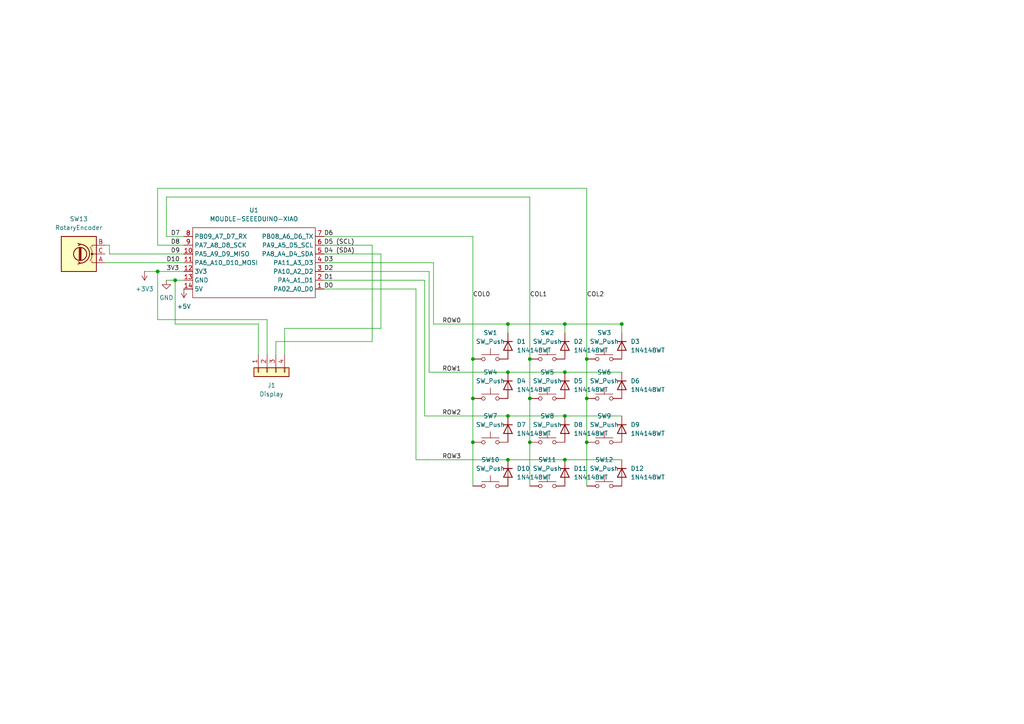
<source format=kicad_sch>
(kicad_sch (version 20250114) (generator "eeschema") (generator_version "9.0")
  (paper "A4")
  (lib_symbols
    (symbol "Device:RotaryEncoder" (pin_names (offset 0.254) (hide yes))
      (property "Reference" "SW" (at 0 6.604 0))
      (property "Value" "RotaryEncoder" (at 0 -6.604 0))
      (symbol "RotaryEncoder_0_1"
        (rectangle (start -5.08 5.08) (end 5.08 -5.08) (stroke (width 0.254)) (fill (type background)))
        (polyline (pts (xy -5.08 2.54) (xy -3.81 2.54) (xy -3.81 2.032)))
        (polyline (pts (xy -5.08 0) (xy -3.81 0) (xy -3.81 -1.016) (xy -3.302 -2.032)))
        (polyline (pts (xy -5.08 -2.54) (xy -3.81 -2.54) (xy -3.81 -2.032)))
        (polyline (pts (xy -4.318 0) (xy -3.81 0) (xy -3.81 1.016) (xy -3.302 2.032)))
        (circle (center -3.81 0) (radius 0.254) (fill (type outline)))
        (polyline (pts (xy -0.635 -1.778) (xy -0.635 1.778)) (stroke (width 0.254)))
        (circle (center -0.381 0) (radius 1.905) (stroke (width 0.254)))
        (polyline (pts (xy -0.381 -1.778) (xy -0.381 1.778)) (stroke (width 0.254)))
        (arc (start -0.381 -2.794) (mid -3.0988 -0.0635) (end -0.381 2.667) (stroke (width 0.254)))
        (polyline (pts (xy -0.127 1.778) (xy -0.127 -1.778)) (stroke (width 0.254)))
        (polyline (pts (xy 0.254 2.921) (xy -0.508 2.667) (xy 0.127 2.286)) (stroke (width 0.254)))
        (polyline (pts (xy 0.254 -3.048) (xy -0.508 -2.794) (xy 0.127 -2.413)) (stroke (width 0.254)))
      )
      (symbol "RotaryEncoder_1_1"
        (pin passive line (at -7.62 2.54 0) (length 2.54) (name "A") (number "A"))
        (pin passive line (at -7.62 0 0) (length 2.54) (name "C") (number "C"))
        (pin passive line (at -7.62 -2.54 0) (length 2.54) (name "B") (number "B"))
      )
    )
    (symbol "Diode:1N4148WT" (pin_numbers (hide yes)) (pin_names (hide yes))
      (property "Reference" "D" (at 0 2.54 0))
      (property "Value" "1N4148WT" (at 0 -2.54 0))
      (symbol "1N4148WT_0_1"
        (polyline (pts (xy -1.27 1.27) (xy -1.27 -1.27)) (stroke (width 0.254)))
        (polyline (pts (xy 1.27 1.27) (xy 1.27 -1.27) (xy -1.27 0) (xy 1.27 1.27)) (stroke (width 0.254)))
        (polyline (pts (xy 1.27 0) (xy -1.27 0)))
      )
      (symbol "1N4148WT_1_1"
        (pin passive line (at -3.81 0 0) (length 2.54) (name "K") (number "1"))
        (pin passive line (at 3.81 0 180) (length 2.54) (name "A") (number "2"))
      )
    )
    (symbol "New_Library:Display" (pin_names (offset 1.016) (hide yes))
      (property "Reference" "J" (at 0 5.08 0))
      (property "Value" "Display" (at 0 -7.62 0))
      (symbol "Display_1_1"
        (rectangle (start -1.27 3.81) (end 1.27 -6.35) (stroke (width 0.254)) (fill (type background)))
        (rectangle (start -1.27 2.667) (end 0 2.413) (stroke (width 0.1524)))
        (rectangle (start -1.27 0.127) (end 0 -0.127) (stroke (width 0.1524)))
        (rectangle (start -1.27 -2.413) (end 0 -2.667) (stroke (width 0.1524)))
        (rectangle (start -1.27 -4.953) (end 0 -5.207) (stroke (width 0.1524)))
        (pin passive line (at -5.08 2.54 0) (length 3.81) (name "SDA") (number "4"))
        (pin passive line (at -5.08 0 0) (length 3.81) (name "SCL") (number "3"))
        (pin passive line (at -5.08 -2.54 0) (length 3.81) (name "VCC") (number "2"))
        (pin passive line (at -5.08 -5.08 0) (length 3.81) (name "GND") (number "1"))
      )
    )
    (symbol "Switch:SW_Push" (pin_numbers (hide yes)) (pin_names (offset 1.016) (hide yes))
      (property "Reference" "SW" (at 1.27 2.54 0))
      (property "Value" "SW_Push" (at 0 -1.524 0))
      (symbol "SW_Push_0_1"
        (circle (center -2.032 0) (radius 0.508))
        (polyline (pts (xy 0 1.27) (xy 0 3.048)))
        (circle (center 2.032 0) (radius 0.508))
        (polyline (pts (xy 2.54 1.27) (xy -2.54 1.27)))
        (pin passive line (at -5.08 0 0) (length 2.54) (name "1") (number "1"))
        (pin passive line (at 5.08 0 180) (length 2.54) (name "2") (number "2"))
      )
    )
    (symbol "XIAO_RP2040:MOUDLE-SEEEDUINO-XIAO"
      (property "Reference" "U" (at -16.51 11.43 0))
      (property "Value" "MOUDLE-SEEEDUINO-XIAO" (at -3.81 -11.43 0))
      (symbol "MOUDLE-SEEEDUINO-XIAO_0_1"
        (rectangle (start -16.51 10.16) (end 19.05 -10.16))
      )
      (symbol "MOUDLE-SEEEDUINO-XIAO_1_1"
        (pin passive line (at -19.05 7.62 0) (length 2.54) (name "PA02_A0_D0") (number "1"))
        (pin passive line (at -19.05 5.08 0) (length 2.54) (name "PA4_A1_D1") (number "2"))
        (pin passive line (at -19.05 2.54 0) (length 2.54) (name "PA10_A2_D2") (number "3"))
        (pin passive line (at -19.05 0 0) (length 2.54) (name "PA11_A3_D3") (number "4"))
        (pin passive line (at -19.05 -2.54 0) (length 2.54) (name "PA8_A4_D4_SDA") (number "5"))
        (pin passive line (at -19.05 -5.08 0) (length 2.54) (name "PA9_A5_D5_SCL") (number "6"))
        (pin passive line (at -19.05 -7.62 0) (length 2.54) (name "PB08_A6_D6_TX") (number "7"))
        (pin passive line (at 21.59 7.62 180) (length 2.54) (name "5V") (number "14"))
        (pin passive line (at 21.59 5.08 180) (length 2.54) (name "GND") (number "13"))
        (pin passive line (at 21.59 2.54 180) (length 2.54) (name "3V3") (number "12"))
        (pin passive line (at 21.59 0 180) (length 2.54) (name "PA6_A10_D10_MOSI") (number "11"))
        (pin passive line (at 21.59 -2.54 180) (length 2.54) (name "PA5_A9_D9_MISO") (number "10"))
        (pin passive line (at 21.59 -5.08 180) (length 2.54) (name "PA7_A8_D8_SCK") (number "9"))
        (pin passive line (at 21.59 -7.62 180) (length 2.54) (name "PB09_A7_D7_RX") (number "8"))
      )
    )
    (symbol "power:+3V3" (power) (pin_numbers (hide yes)) (pin_names (offset 0) (hide yes))
      (property "Value" "+3V3" (at 0 3.556 0))
      (symbol "+3V3_0_1"
        (polyline (pts (xy -0.762 1.27) (xy 0 2.54)))
        (polyline (pts (xy 0 2.54) (xy 0.762 1.27)))
        (polyline (pts (xy 0 0) (xy 0 2.54)))
      )
      (symbol "+3V3_1_1"
        (pin power_in line (at 0 0 90) (length 0) (name "~") (number "1"))
      )
    )
    (symbol "power:+5V" (power) (pin_numbers (hide yes)) (pin_names (offset 0) (hide yes))
      (property "Value" "+5V" (at 0 3.556 0))
      (symbol "+5V_0_1"
        (polyline (pts (xy -0.762 1.27) (xy 0 2.54)))
        (polyline (pts (xy 0 2.54) (xy 0.762 1.27)))
        (polyline (pts (xy 0 0) (xy 0 2.54)))
      )
      (symbol "+5V_1_1"
        (pin power_in line (at 0 0 90) (length 0) (name "~") (number "1"))
      )
    )
    (symbol "power:GND" (power) (pin_numbers (hide yes)) (pin_names (offset 0) (hide yes))
      (property "Value" "GND" (at 0 -3.81 0))
      (symbol "GND_0_1"
        (polyline (pts (xy 0 0) (xy 0 -1.27) (xy 1.27 -1.27) (xy 0 -2.54) (xy -1.27 -1.27) (xy 0 -1.27)))
      )
      (symbol "GND_1_1"
        (pin power_in line (at 0 0 270) (length 0) (name "~") (number "1"))
      )
    )
  )
  (junction (at 153.67 115.57))
  (junction (at 163.83 93.98))
  (junction (at 137.16 128.27))
  (junction (at 137.16 115.57))
  (junction (at 153.67 128.27))
  (junction (at 163.83 120.65))
  (junction (at 170.18 104.1383))
  (junction (at 147.32 133.35))
  (junction (at 170.18 128.27))
  (junction (at 147.32 107.95))
  (junction (at 45.72 78.74))
  (junction (at 137.16 104.14))
  (junction (at 170.18 115.57))
  (junction (at 153.67 104.14))
  (junction (at 163.83 133.35))
  (junction (at 50.8 81.28))
  (junction (at 147.32 120.65))
  (junction (at 147.32 93.98))
  (junction (at 180.34 93.98))
  (junction (at 163.83 107.95))
  (wire (pts (xy 153.67 57.15) (xy 153.67 104.14)))
  (wire (pts (xy 125.73 93.98) (xy 147.32 93.98)))
  (wire (pts (xy 147.32 93.98) (xy 147.32 96.52)))
  (wire (pts (xy 110.49 95.25) (xy 110.49 73.66)))
  (wire (pts (xy 153.67 115.57) (xy 153.67 128.27)))
  (wire (pts (xy 48.26 81.28) (xy 50.8 81.28)))
  (wire (pts (xy 48.26 68.58) (xy 53.34 68.58)))
  (wire (pts (xy 123.19 120.65) (xy 147.32 120.65)))
  (wire (pts (xy 147.32 93.98) (xy 163.83 93.98)))
  (wire (pts (xy 123.19 81.28) (xy 93.98 81.28)))
  (wire (pts (xy 147.32 107.95) (xy 163.83 107.95)))
  (wire (pts (xy 107.95 99.06) (xy 80.01 99.06)))
  (wire (pts (xy 41.91 78.74) (xy 45.72 78.74)))
  (wire (pts (xy 163.83 133.35) (xy 180.34 133.35)))
  (wire (pts (xy 124.46 78.74) (xy 124.46 107.95)))
  (wire (pts (xy 74.93 93.98) (xy 50.8 93.98)))
  (wire (pts (xy 153.67 57.15) (xy 48.26 57.15)))
  (wire (pts (xy 125.73 76.2) (xy 125.73 93.98)))
  (wire (pts (xy 163.83 93.98) (xy 163.83 96.52)))
  (wire (pts (xy 170.18 54.61) (xy 170.18 104.1383)))
  (wire (pts (xy 124.46 107.95) (xy 147.32 107.95)))
  (wire (pts (xy 45.72 71.12) (xy 45.72 54.61)))
  (wire (pts (xy 77.47 102.87) (xy 77.47 92.71)))
  (wire (pts (xy 31.75 71.12) (xy 31.75 73.66)))
  (wire (pts (xy 163.83 120.65) (xy 180.34 120.65)))
  (wire (pts (xy 74.93 102.87) (xy 74.93 93.98)))
  (wire (pts (xy 45.72 71.12) (xy 53.34 71.12)))
  (wire (pts (xy 147.32 120.65) (xy 163.83 120.65)))
  (wire (pts (xy 93.98 83.82) (xy 120.65 83.82)))
  (wire (pts (xy 163.83 107.95) (xy 180.34 107.95)))
  (wire (pts (xy 30.48 76.2) (xy 53.34 76.2)))
  (wire (pts (xy 77.47 92.71) (xy 45.72 92.71)))
  (wire (pts (xy 93.98 68.58) (xy 137.16 68.58)))
  (wire (pts (xy 120.65 133.35) (xy 147.32 133.35)))
  (wire (pts (xy 82.55 95.25) (xy 110.49 95.25)))
  (wire (pts (xy 93.98 71.12) (xy 107.95 71.12)))
  (wire (pts (xy 180.34 93.9783) (xy 180.34 93.98)))
  (wire (pts (xy 137.16 128.27) (xy 137.16 140.97)))
  (wire (pts (xy 53.34 73.66) (xy 31.75 73.66)))
  (wire (pts (xy 45.72 92.71) (xy 45.72 78.74)))
  (wire (pts (xy 137.16 68.58) (xy 137.16 104.14)))
  (wire (pts (xy 93.98 76.2) (xy 125.73 76.2)))
  (wire (pts (xy 50.8 81.28) (xy 53.34 81.28)))
  (wire (pts (xy 137.16 115.57) (xy 137.16 128.27)))
  (wire (pts (xy 170.18 115.57) (xy 170.18 128.27)))
  (wire (pts (xy 110.49 73.66) (xy 93.98 73.66)))
  (wire (pts (xy 82.55 102.87) (xy 82.55 95.25)))
  (wire (pts (xy 153.67 128.27) (xy 153.67 140.97)))
  (wire (pts (xy 120.65 83.82) (xy 120.65 133.35)))
  (wire (pts (xy 107.95 71.12) (xy 107.95 99.06)))
  (wire (pts (xy 170.18 104.1383) (xy 170.18 115.57)))
  (wire (pts (xy 137.16 104.14) (xy 137.16 115.57)))
  (wire (pts (xy 45.72 78.74) (xy 53.34 78.74)))
  (wire (pts (xy 153.67 104.14) (xy 153.67 115.57)))
  (wire (pts (xy 50.8 93.98) (xy 50.8 81.28)))
  (wire (pts (xy 163.83 93.98) (xy 180.34 93.98)))
  (wire (pts (xy 170.18 128.27) (xy 170.18 140.97)))
  (wire (pts (xy 45.72 54.61) (xy 170.18 54.61)))
  (wire (pts (xy 80.01 99.06) (xy 80.01 102.87)))
  (wire (pts (xy 48.26 57.15) (xy 48.26 68.58)))
  (wire (pts (xy 93.98 78.74) (xy 124.46 78.74)))
  (wire (pts (xy 123.19 120.65) (xy 123.19 81.28)))
  (wire (pts (xy 147.32 133.35) (xy 163.83 133.35)))
  (wire (pts (xy 30.48 71.12) (xy 31.75 71.12)))
  (wire (pts (xy 180.34 93.98) (xy 180.34 96.5183)))
  (label "3V3" (at 48.26 78.74 0))
  (label "D2" (at 93.98 78.74 0))
  (label "D7" (at 49.53 68.58 0))
  (label "ROW0" (at 128.27 93.98 0))
  (label "D4 (SDA)" (at 93.98 73.66 0))
  (label "COL2" (at 170.18 86.36 0))
  (label "D0" (at 93.98 83.82 0))
  (label "COL0" (at 137.16 86.36 0))
  (label "D8" (at 49.53 71.12 0))
  (label "COL1" (at 153.67 86.36 0))
  (label "D10" (at 48.26 76.2 0))
  (label "ROW1" (at 128.27 107.95 0))
  (label "D5 (SCL)" (at 93.98 71.12 0))
  (label "D1" (at 93.98 81.28 0))
  (label "D6" (at 93.98 68.58 0))
  (label "ROW2" (at 128.27 120.65 0))
  (label "ROW3" (at 128.27 133.35 0))
  (label "D9" (at 49.53 73.66 0))
  (label "D3" (at 93.98 76.2 0))
  (symbol (lib_id "Switch:SW_Push") (at 142.24 140.97 0) (unit 1)
    (property "Reference" "SW10" (at 142.24 133.35 0))
    (property "Value" "SW_Push" (at 142.24 135.89 0))
    (property "Footprint" "Button_Switch_Keyboard:SW_Cherry_MX_1.00u_PCB" (effects (hide yes)))
    (property "Description" "Push button switch, generic, two pins" (effects (hide yes)))
  )
  (symbol (lib_id "Diode:1N4148WT") (at 147.32 111.76 270) (unit 1)
    (property "Reference" "D4" (at 149.86 110.4899 90) (effects (justify left)))
    (property "Value" "1N4148WT" (at 149.86 113.0299 90) (effects (justify left)))
    (property "Footprint" "Diode_SMD:D_SOD-523" (effects (hide yes)))
    (property "Datasheet" "https://www.diodes.com/assets/Datasheets/ds30396.pdf" (effects (hide yes)))
    (property "Description" "75V 0.15A Fast switching Diode, SOD-523" (effects (hide yes)))
    (property "Sim.Device" "D" (effects (hide yes)))
    (property "Sim.Pins" "1=K 2=A" (effects (hide yes)))
  )
  (symbol (lib_id "Diode:1N4148WT") (at 180.34 124.46 270) (unit 1)
    (property "Reference" "D9" (at 182.88 123.1899 90) (effects (justify left)))
    (property "Value" "1N4148WT" (at 182.88 125.7299 90) (effects (justify left)))
    (property "Footprint" "Diode_SMD:D_SOD-523" (effects (hide yes)))
    (property "Datasheet" "https://www.diodes.com/assets/Datasheets/ds30396.pdf" (effects (hide yes)))
    (property "Description" "75V 0.15A Fast switching Diode, SOD-523" (effects (hide yes)))
    (property "Sim.Device" "D" (effects (hide yes)))
    (property "Sim.Pins" "1=K 2=A" (effects (hide yes)))
  )
  (symbol (lib_id "Switch:SW_Push") (at 175.26 104.1383 0) (unit 1)
    (property "Reference" "SW3" (at 175.26 96.5183 0))
    (property "Value" "SW_Push" (at 175.26 99.0583 0))
    (property "Footprint" "Button_Switch_Keyboard:SW_Cherry_MX_1.00u_PCB" (effects (hide yes)))
    (property "Description" "Push button switch, generic, two pins" (effects (hide yes)))
  )
  (symbol (lib_id "Diode:1N4148WT") (at 147.32 124.46 270) (unit 1)
    (property "Reference" "D7" (at 149.86 123.1899 90) (effects (justify left)))
    (property "Value" "1N4148WT" (at 149.86 125.7299 90) (effects (justify left)))
    (property "Footprint" "Diode_SMD:D_SOD-523" (effects (hide yes)))
    (property "Datasheet" "https://www.diodes.com/assets/Datasheets/ds30396.pdf" (effects (hide yes)))
    (property "Description" "75V 0.15A Fast switching Diode, SOD-523" (effects (hide yes)))
    (property "Sim.Device" "D" (effects (hide yes)))
    (property "Sim.Pins" "1=K 2=A" (effects (hide yes)))
  )
  (symbol (lib_id "Switch:SW_Push") (at 175.26 128.27 0) (unit 1)
    (property "Reference" "SW9" (at 175.26 120.65 0))
    (property "Value" "SW_Push" (at 175.26 123.19 0))
    (property "Footprint" "Button_Switch_Keyboard:SW_Cherry_MX_1.00u_PCB" (effects (hide yes)))
    (property "Description" "Push button switch, generic, two pins" (effects (hide yes)))
  )
  (symbol (lib_id "Diode:1N4148WT") (at 163.83 100.33 270) (unit 1)
    (property "Reference" "D2" (at 166.37 99.0599 90) (effects (justify left)))
    (property "Value" "1N4148WT" (at 166.37 101.5999 90) (effects (justify left)))
    (property "Footprint" "Diode_SMD:D_SOD-523" (effects (hide yes)))
    (property "Datasheet" "https://www.diodes.com/assets/Datasheets/ds30396.pdf" (effects (hide yes)))
    (property "Description" "75V 0.15A Fast switching Diode, SOD-523" (effects (hide yes)))
    (property "Sim.Device" "D" (effects (hide yes)))
    (property "Sim.Pins" "1=K 2=A" (effects (hide yes)))
  )
  (symbol (lib_id "Diode:1N4148WT") (at 147.32 137.16 270) (unit 1)
    (property "Reference" "D10" (at 149.86 135.8899 90) (effects (justify left)))
    (property "Value" "1N4148WT" (at 149.86 138.4299 90) (effects (justify left)))
    (property "Footprint" "Diode_SMD:D_SOD-523" (effects (hide yes)))
    (property "Datasheet" "https://www.diodes.com/assets/Datasheets/ds30396.pdf" (effects (hide yes)))
    (property "Description" "75V 0.15A Fast switching Diode, SOD-523" (effects (hide yes)))
    (property "Sim.Device" "D" (effects (hide yes)))
    (property "Sim.Pins" "1=K 2=A" (effects (hide yes)))
  )
  (symbol (lib_id "Diode:1N4148WT") (at 163.83 111.76 270) (unit 1)
    (property "Reference" "D5" (at 166.37 110.4899 90) (effects (justify left)))
    (property "Value" "1N4148WT" (at 166.37 113.0299 90) (effects (justify left)))
    (property "Footprint" "Diode_SMD:D_SOD-523" (effects (hide yes)))
    (property "Datasheet" "https://www.diodes.com/assets/Datasheets/ds30396.pdf" (effects (hide yes)))
    (property "Description" "75V 0.15A Fast switching Diode, SOD-523" (effects (hide yes)))
    (property "Sim.Device" "D" (effects (hide yes)))
    (property "Sim.Pins" "1=K 2=A" (effects (hide yes)))
  )
  (symbol (lib_id "Switch:SW_Push") (at 158.75 140.97 0) (unit 1)
    (property "Reference" "SW11" (at 158.75 133.35 0))
    (property "Value" "SW_Push" (at 158.75 135.89 0))
    (property "Footprint" "Button_Switch_Keyboard:SW_Cherry_MX_1.00u_PCB" (effects (hide yes)))
    (property "Description" "Push button switch, generic, two pins" (effects (hide yes)))
  )
  (symbol (lib_id "New_Library:Display") (at 80.01 107.95 270) (unit 1)
    (property "Reference" "J1" (at 78.74 111.76 90))
    (property "Value" "Display" (at 78.74 114.3 90))
    (property "Footprint" "KiCad-SSD1306-0.91-OLED-4pin-128x32:SSD1306-0.91-OLED-4pin-128x32" (effects (hide yes)))
    (property "Description" "Generic connector, single row, 01x04, script generated (kicad-library-utils/schlib/autogen/connector/)" (effects (hide yes)))
  )
  (symbol (lib_id "Diode:1N4148WT") (at 163.83 124.46 270) (unit 1)
    (property "Reference" "D8" (at 166.37 123.1899 90) (effects (justify left)))
    (property "Value" "1N4148WT" (at 166.37 125.7299 90) (effects (justify left)))
    (property "Footprint" "Diode_SMD:D_SOD-523" (effects (hide yes)))
    (property "Datasheet" "https://www.diodes.com/assets/Datasheets/ds30396.pdf" (effects (hide yes)))
    (property "Description" "75V 0.15A Fast switching Diode, SOD-523" (effects (hide yes)))
    (property "Sim.Device" "D" (effects (hide yes)))
    (property "Sim.Pins" "1=K 2=A" (effects (hide yes)))
  )
  (symbol (lib_id "XIAO_RP2040:MOUDLE-SEEEDUINO-XIAO") (at 74.93 76.2 180) (unit 1)
    (property "Reference" "U1" (at 73.66 60.96 0))
    (property "Value" "MOUDLE-SEEEDUINO-XIAO" (at 73.66 63.5 0))
    (property "Footprint" "footprints:XIAO-Generic-Hybrid-14P-2.54-21X17.8MM" (effects (hide yes)))
  )
  (symbol (lib_id "Diode:1N4148WT") (at 180.34 111.76 270) (unit 1)
    (property "Reference" "D6" (at 182.88 110.4899 90) (effects (justify left)))
    (property "Value" "1N4148WT" (at 182.88 113.0299 90) (effects (justify left)))
    (property "Footprint" "Diode_SMD:D_SOD-523" (effects (hide yes)))
    (property "Datasheet" "https://www.diodes.com/assets/Datasheets/ds30396.pdf" (effects (hide yes)))
    (property "Description" "75V 0.15A Fast switching Diode, SOD-523" (effects (hide yes)))
    (property "Sim.Device" "D" (effects (hide yes)))
    (property "Sim.Pins" "1=K 2=A" (effects (hide yes)))
  )
  (symbol (lib_id "Switch:SW_Push") (at 142.24 115.57 0) (unit 1)
    (property "Reference" "SW4" (at 142.24 107.95 0))
    (property "Value" "SW_Push" (at 142.24 110.49 0))
    (property "Footprint" "Button_Switch_Keyboard:SW_Cherry_MX_1.00u_PCB" (effects (hide yes)))
    (property "Description" "Push button switch, generic, two pins" (effects (hide yes)))
  )
  (symbol (lib_id "Diode:1N4148WT") (at 180.34 100.3283 270) (unit 1)
    (property "Reference" "D3" (at 182.88 99.0582 90) (effects (justify left)))
    (property "Value" "1N4148WT" (at 182.88 101.5982 90) (effects (justify left)))
    (property "Footprint" "Diode_SMD:D_SOD-523" (effects (hide yes)))
    (property "Datasheet" "https://www.diodes.com/assets/Datasheets/ds30396.pdf" (effects (hide yes)))
    (property "Description" "75V 0.15A Fast switching Diode, SOD-523" (effects (hide yes)))
    (property "Sim.Device" "D" (effects (hide yes)))
    (property "Sim.Pins" "1=K 2=A" (effects (hide yes)))
  )
  (symbol (lib_id "Diode:1N4148WT") (at 163.83 137.16 270) (unit 1)
    (property "Reference" "D11" (at 166.37 135.8899 90) (effects (justify left)))
    (property "Value" "1N4148WT" (at 166.37 138.4299 90) (effects (justify left)))
    (property "Footprint" "Diode_SMD:D_SOD-523" (effects (hide yes)))
    (property "Datasheet" "https://www.diodes.com/assets/Datasheets/ds30396.pdf" (effects (hide yes)))
    (property "Description" "75V 0.15A Fast switching Diode, SOD-523" (effects (hide yes)))
    (property "Sim.Device" "D" (effects (hide yes)))
    (property "Sim.Pins" "1=K 2=A" (effects (hide yes)))
  )
  (symbol (lib_id "Switch:SW_Push") (at 158.75 128.27 0) (unit 1)
    (property "Reference" "SW8" (at 158.75 120.65 0))
    (property "Value" "SW_Push" (at 158.75 123.19 0))
    (property "Footprint" "Button_Switch_Keyboard:SW_Cherry_MX_1.00u_PCB" (effects (hide yes)))
    (property "Description" "Push button switch, generic, two pins" (effects (hide yes)))
  )
  (symbol (lib_id "Diode:1N4148WT") (at 180.34 137.16 270) (unit 1)
    (property "Reference" "D12" (at 182.88 135.8899 90) (effects (justify left)))
    (property "Value" "1N4148WT" (at 182.88 138.4299 90) (effects (justify left)))
    (property "Footprint" "Diode_SMD:D_SOD-523" (effects (hide yes)))
    (property "Datasheet" "https://www.diodes.com/assets/Datasheets/ds30396.pdf" (effects (hide yes)))
    (property "Description" "75V 0.15A Fast switching Diode, SOD-523" (effects (hide yes)))
    (property "Sim.Device" "D" (effects (hide yes)))
    (property "Sim.Pins" "1=K 2=A" (effects (hide yes)))
  )
  (symbol (lib_id "Switch:SW_Push") (at 158.75 115.57 0) (unit 1)
    (property "Reference" "SW5" (at 158.75 107.95 0))
    (property "Value" "SW_Push" (at 158.75 110.49 0))
    (property "Footprint" "Button_Switch_Keyboard:SW_Cherry_MX_1.00u_PCB" (effects (hide yes)))
    (property "Description" "Push button switch, generic, two pins" (effects (hide yes)))
  )
  (symbol (lib_id "Diode:1N4148WT") (at 147.32 100.33 270) (unit 1)
    (property "Reference" "D1" (at 149.86 99.0599 90) (effects (justify left)))
    (property "Value" "1N4148WT" (at 149.86 101.5999 90) (effects (justify left)))
    (property "Footprint" "Diode_SMD:D_SOD-523" (effects (hide yes)))
    (property "Datasheet" "https://www.diodes.com/assets/Datasheets/ds30396.pdf" (effects (hide yes)))
    (property "Description" "75V 0.15A Fast switching Diode, SOD-523" (effects (hide yes)))
    (property "Sim.Device" "D" (effects (hide yes)))
    (property "Sim.Pins" "1=K 2=A" (effects (hide yes)))
  )
  (symbol (lib_id "Switch:SW_Push") (at 175.26 115.57 0) (unit 1)
    (property "Reference" "SW6" (at 175.26 107.95 0))
    (property "Value" "SW_Push" (at 175.26 110.49 0))
    (property "Footprint" "Button_Switch_Keyboard:SW_Cherry_MX_1.00u_PCB" (effects (hide yes)))
    (property "Description" "Push button switch, generic, two pins" (effects (hide yes)))
  )
  (symbol (lib_id "Device:RotaryEncoder") (at 22.86 73.66 180) (unit 1)
    (property "Reference" "SW13" (at 22.86 63.5 0))
    (property "Value" "RotaryEncoder" (at 22.86 66.04 0))
    (property "Footprint" "Rotary_Encoder:RotaryEncoder_Alps_EC11E-Switch_Vertical_H20mm" (effects (hide yes)))
    (property "Description" "Rotary encoder, dual channel, incremental quadrate outputs" (effects (hide yes)))
  )
  (symbol (lib_id "power:+5V") (at 53.34 83.82 180) (unit 1)
    (property "Reference" "#PWR02" (effects (hide yes)))
    (property "Value" "+5V" (at 53.34 88.9 0))
    (property "Description" "Power symbol creates a global label with name \"+5V\"" (effects (hide yes)))
  )
  (symbol (lib_id "Switch:SW_Push") (at 158.75 104.14 0) (unit 1)
    (property "Reference" "SW2" (at 158.75 96.52 0))
    (property "Value" "SW_Push" (at 158.75 99.06 0))
    (property "Footprint" "Button_Switch_Keyboard:SW_Cherry_MX_1.00u_PCB" (effects (hide yes)))
    (property "Description" "Push button switch, generic, two pins" (effects (hide yes)))
  )
  (symbol (lib_id "Switch:SW_Push") (at 142.24 128.27 0) (unit 1)
    (property "Reference" "SW7" (at 142.24 120.65 0))
    (property "Value" "SW_Push" (at 142.24 123.19 0))
    (property "Footprint" "Button_Switch_Keyboard:SW_Cherry_MX_1.00u_PCB" (effects (hide yes)))
    (property "Description" "Push button switch, generic, two pins" (effects (hide yes)))
  )
  (symbol (lib_id "power:GND") (at 48.26 81.28 0) (unit 1)
    (property "Reference" "#PWR01" (effects (hide yes)))
    (property "Value" "GND" (at 48.26 86.36 0))
    (property "Description" "Power symbol creates a global label with name \"GND\" , ground" (effects (hide yes)))
  )
  (symbol (lib_id "Switch:SW_Push") (at 142.24 104.14 0) (unit 1)
    (property "Reference" "SW1" (at 142.24 96.52 0))
    (property "Value" "SW_Push" (at 142.24 99.06 0))
    (property "Footprint" "Button_Switch_Keyboard:SW_Cherry_MX_1.00u_PCB" (effects (hide yes)))
    (property "Description" "Push button switch, generic, two pins" (effects (hide yes)))
  )
  (symbol (lib_id "Switch:SW_Push") (at 175.26 140.97 0) (unit 1)
    (property "Reference" "SW12" (at 175.26 133.35 0))
    (property "Value" "SW_Push" (at 175.26 135.89 0))
    (property "Footprint" "Button_Switch_Keyboard:SW_Cherry_MX_1.00u_PCB" (effects (hide yes)))
    (property "Description" "Push button switch, generic, two pins" (effects (hide yes)))
  )
  (symbol (lib_id "power:+3V3") (at 41.91 78.74 180) (unit 1)
    (property "Reference" "#PWR03" (effects (hide yes)))
    (property "Value" "+3V3" (at 41.91 83.82 0))
    (property "Description" "Power symbol creates a global label with name \"+3V3\"" (effects (hide yes)))
  )
)
</source>
